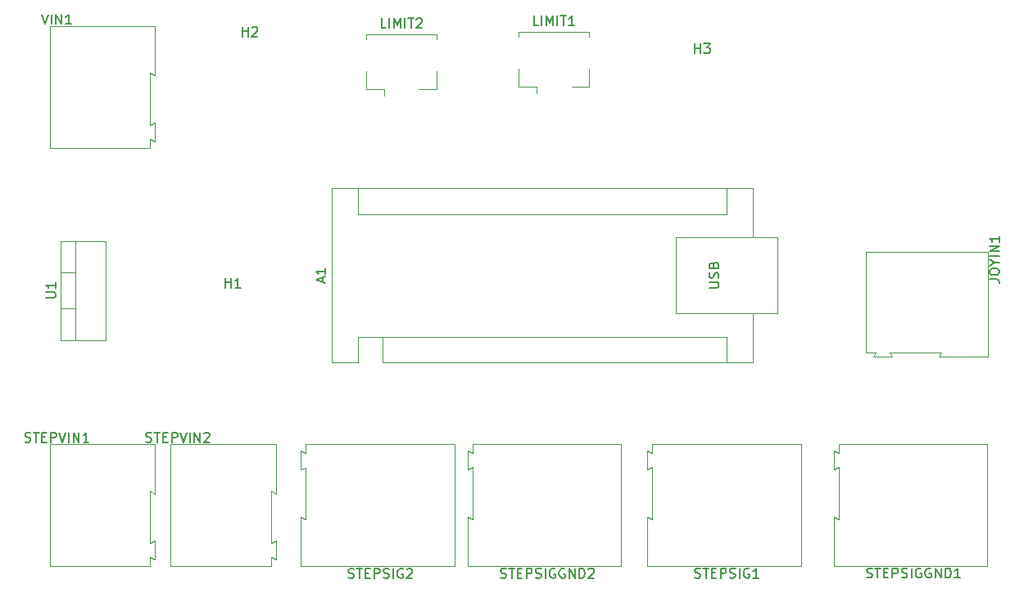
<source format=gbr>
%TF.GenerationSoftware,KiCad,Pcbnew,7.0.6-7.0.6~ubuntu22.04.1*%
%TF.CreationDate,2023-07-24T17:29:41-06:00*%
%TF.ProjectId,stepper_microscope_stage,73746570-7065-4725-9f6d-6963726f7363,rev?*%
%TF.SameCoordinates,Original*%
%TF.FileFunction,Legend,Top*%
%TF.FilePolarity,Positive*%
%FSLAX46Y46*%
G04 Gerber Fmt 4.6, Leading zero omitted, Abs format (unit mm)*
G04 Created by KiCad (PCBNEW 7.0.6-7.0.6~ubuntu22.04.1) date 2023-07-24 17:29:41*
%MOMM*%
%LPD*%
G01*
G04 APERTURE LIST*
%ADD10C,0.150000*%
%ADD11C,0.120000*%
G04 APERTURE END LIST*
D10*
X183488095Y-93504819D02*
X183488095Y-92504819D01*
X183488095Y-92981009D02*
X184059523Y-92981009D01*
X184059523Y-93504819D02*
X184059523Y-92504819D01*
X184440476Y-92504819D02*
X185059523Y-92504819D01*
X185059523Y-92504819D02*
X184726190Y-92885771D01*
X184726190Y-92885771D02*
X184869047Y-92885771D01*
X184869047Y-92885771D02*
X184964285Y-92933390D01*
X184964285Y-92933390D02*
X185011904Y-92981009D01*
X185011904Y-92981009D02*
X185059523Y-93076247D01*
X185059523Y-93076247D02*
X185059523Y-93314342D01*
X185059523Y-93314342D02*
X185011904Y-93409580D01*
X185011904Y-93409580D02*
X184964285Y-93457200D01*
X184964285Y-93457200D02*
X184869047Y-93504819D01*
X184869047Y-93504819D02*
X184583333Y-93504819D01*
X184583333Y-93504819D02*
X184488095Y-93457200D01*
X184488095Y-93457200D02*
X184440476Y-93409580D01*
X136738095Y-91754819D02*
X136738095Y-90754819D01*
X136738095Y-91231009D02*
X137309523Y-91231009D01*
X137309523Y-91754819D02*
X137309523Y-90754819D01*
X137738095Y-90850057D02*
X137785714Y-90802438D01*
X137785714Y-90802438D02*
X137880952Y-90754819D01*
X137880952Y-90754819D02*
X138119047Y-90754819D01*
X138119047Y-90754819D02*
X138214285Y-90802438D01*
X138214285Y-90802438D02*
X138261904Y-90850057D01*
X138261904Y-90850057D02*
X138309523Y-90945295D01*
X138309523Y-90945295D02*
X138309523Y-91040533D01*
X138309523Y-91040533D02*
X138261904Y-91183390D01*
X138261904Y-91183390D02*
X137690476Y-91754819D01*
X137690476Y-91754819D02*
X138309523Y-91754819D01*
X134988095Y-117754819D02*
X134988095Y-116754819D01*
X134988095Y-117231009D02*
X135559523Y-117231009D01*
X135559523Y-117754819D02*
X135559523Y-116754819D01*
X136559523Y-117754819D02*
X135988095Y-117754819D01*
X136273809Y-117754819D02*
X136273809Y-116754819D01*
X136273809Y-116754819D02*
X136178571Y-116897676D01*
X136178571Y-116897676D02*
X136083333Y-116992914D01*
X136083333Y-116992914D02*
X135988095Y-117040533D01*
X147690476Y-147777200D02*
X147833333Y-147824819D01*
X147833333Y-147824819D02*
X148071428Y-147824819D01*
X148071428Y-147824819D02*
X148166666Y-147777200D01*
X148166666Y-147777200D02*
X148214285Y-147729580D01*
X148214285Y-147729580D02*
X148261904Y-147634342D01*
X148261904Y-147634342D02*
X148261904Y-147539104D01*
X148261904Y-147539104D02*
X148214285Y-147443866D01*
X148214285Y-147443866D02*
X148166666Y-147396247D01*
X148166666Y-147396247D02*
X148071428Y-147348628D01*
X148071428Y-147348628D02*
X147880952Y-147301009D01*
X147880952Y-147301009D02*
X147785714Y-147253390D01*
X147785714Y-147253390D02*
X147738095Y-147205771D01*
X147738095Y-147205771D02*
X147690476Y-147110533D01*
X147690476Y-147110533D02*
X147690476Y-147015295D01*
X147690476Y-147015295D02*
X147738095Y-146920057D01*
X147738095Y-146920057D02*
X147785714Y-146872438D01*
X147785714Y-146872438D02*
X147880952Y-146824819D01*
X147880952Y-146824819D02*
X148119047Y-146824819D01*
X148119047Y-146824819D02*
X148261904Y-146872438D01*
X148547619Y-146824819D02*
X149119047Y-146824819D01*
X148833333Y-147824819D02*
X148833333Y-146824819D01*
X149452381Y-147301009D02*
X149785714Y-147301009D01*
X149928571Y-147824819D02*
X149452381Y-147824819D01*
X149452381Y-147824819D02*
X149452381Y-146824819D01*
X149452381Y-146824819D02*
X149928571Y-146824819D01*
X150357143Y-147824819D02*
X150357143Y-146824819D01*
X150357143Y-146824819D02*
X150738095Y-146824819D01*
X150738095Y-146824819D02*
X150833333Y-146872438D01*
X150833333Y-146872438D02*
X150880952Y-146920057D01*
X150880952Y-146920057D02*
X150928571Y-147015295D01*
X150928571Y-147015295D02*
X150928571Y-147158152D01*
X150928571Y-147158152D02*
X150880952Y-147253390D01*
X150880952Y-147253390D02*
X150833333Y-147301009D01*
X150833333Y-147301009D02*
X150738095Y-147348628D01*
X150738095Y-147348628D02*
X150357143Y-147348628D01*
X151309524Y-147777200D02*
X151452381Y-147824819D01*
X151452381Y-147824819D02*
X151690476Y-147824819D01*
X151690476Y-147824819D02*
X151785714Y-147777200D01*
X151785714Y-147777200D02*
X151833333Y-147729580D01*
X151833333Y-147729580D02*
X151880952Y-147634342D01*
X151880952Y-147634342D02*
X151880952Y-147539104D01*
X151880952Y-147539104D02*
X151833333Y-147443866D01*
X151833333Y-147443866D02*
X151785714Y-147396247D01*
X151785714Y-147396247D02*
X151690476Y-147348628D01*
X151690476Y-147348628D02*
X151500000Y-147301009D01*
X151500000Y-147301009D02*
X151404762Y-147253390D01*
X151404762Y-147253390D02*
X151357143Y-147205771D01*
X151357143Y-147205771D02*
X151309524Y-147110533D01*
X151309524Y-147110533D02*
X151309524Y-147015295D01*
X151309524Y-147015295D02*
X151357143Y-146920057D01*
X151357143Y-146920057D02*
X151404762Y-146872438D01*
X151404762Y-146872438D02*
X151500000Y-146824819D01*
X151500000Y-146824819D02*
X151738095Y-146824819D01*
X151738095Y-146824819D02*
X151880952Y-146872438D01*
X152309524Y-147824819D02*
X152309524Y-146824819D01*
X153309523Y-146872438D02*
X153214285Y-146824819D01*
X153214285Y-146824819D02*
X153071428Y-146824819D01*
X153071428Y-146824819D02*
X152928571Y-146872438D01*
X152928571Y-146872438D02*
X152833333Y-146967676D01*
X152833333Y-146967676D02*
X152785714Y-147062914D01*
X152785714Y-147062914D02*
X152738095Y-147253390D01*
X152738095Y-147253390D02*
X152738095Y-147396247D01*
X152738095Y-147396247D02*
X152785714Y-147586723D01*
X152785714Y-147586723D02*
X152833333Y-147681961D01*
X152833333Y-147681961D02*
X152928571Y-147777200D01*
X152928571Y-147777200D02*
X153071428Y-147824819D01*
X153071428Y-147824819D02*
X153166666Y-147824819D01*
X153166666Y-147824819D02*
X153309523Y-147777200D01*
X153309523Y-147777200D02*
X153357142Y-147729580D01*
X153357142Y-147729580D02*
X153357142Y-147396247D01*
X153357142Y-147396247D02*
X153166666Y-147396247D01*
X153738095Y-146920057D02*
X153785714Y-146872438D01*
X153785714Y-146872438D02*
X153880952Y-146824819D01*
X153880952Y-146824819D02*
X154119047Y-146824819D01*
X154119047Y-146824819D02*
X154214285Y-146872438D01*
X154214285Y-146872438D02*
X154261904Y-146920057D01*
X154261904Y-146920057D02*
X154309523Y-147015295D01*
X154309523Y-147015295D02*
X154309523Y-147110533D01*
X154309523Y-147110533D02*
X154261904Y-147253390D01*
X154261904Y-147253390D02*
X153690476Y-147824819D01*
X153690476Y-147824819D02*
X154309523Y-147824819D01*
X201256667Y-147747200D02*
X201399524Y-147794819D01*
X201399524Y-147794819D02*
X201637619Y-147794819D01*
X201637619Y-147794819D02*
X201732857Y-147747200D01*
X201732857Y-147747200D02*
X201780476Y-147699580D01*
X201780476Y-147699580D02*
X201828095Y-147604342D01*
X201828095Y-147604342D02*
X201828095Y-147509104D01*
X201828095Y-147509104D02*
X201780476Y-147413866D01*
X201780476Y-147413866D02*
X201732857Y-147366247D01*
X201732857Y-147366247D02*
X201637619Y-147318628D01*
X201637619Y-147318628D02*
X201447143Y-147271009D01*
X201447143Y-147271009D02*
X201351905Y-147223390D01*
X201351905Y-147223390D02*
X201304286Y-147175771D01*
X201304286Y-147175771D02*
X201256667Y-147080533D01*
X201256667Y-147080533D02*
X201256667Y-146985295D01*
X201256667Y-146985295D02*
X201304286Y-146890057D01*
X201304286Y-146890057D02*
X201351905Y-146842438D01*
X201351905Y-146842438D02*
X201447143Y-146794819D01*
X201447143Y-146794819D02*
X201685238Y-146794819D01*
X201685238Y-146794819D02*
X201828095Y-146842438D01*
X202113810Y-146794819D02*
X202685238Y-146794819D01*
X202399524Y-147794819D02*
X202399524Y-146794819D01*
X203018572Y-147271009D02*
X203351905Y-147271009D01*
X203494762Y-147794819D02*
X203018572Y-147794819D01*
X203018572Y-147794819D02*
X203018572Y-146794819D01*
X203018572Y-146794819D02*
X203494762Y-146794819D01*
X203923334Y-147794819D02*
X203923334Y-146794819D01*
X203923334Y-146794819D02*
X204304286Y-146794819D01*
X204304286Y-146794819D02*
X204399524Y-146842438D01*
X204399524Y-146842438D02*
X204447143Y-146890057D01*
X204447143Y-146890057D02*
X204494762Y-146985295D01*
X204494762Y-146985295D02*
X204494762Y-147128152D01*
X204494762Y-147128152D02*
X204447143Y-147223390D01*
X204447143Y-147223390D02*
X204399524Y-147271009D01*
X204399524Y-147271009D02*
X204304286Y-147318628D01*
X204304286Y-147318628D02*
X203923334Y-147318628D01*
X204875715Y-147747200D02*
X205018572Y-147794819D01*
X205018572Y-147794819D02*
X205256667Y-147794819D01*
X205256667Y-147794819D02*
X205351905Y-147747200D01*
X205351905Y-147747200D02*
X205399524Y-147699580D01*
X205399524Y-147699580D02*
X205447143Y-147604342D01*
X205447143Y-147604342D02*
X205447143Y-147509104D01*
X205447143Y-147509104D02*
X205399524Y-147413866D01*
X205399524Y-147413866D02*
X205351905Y-147366247D01*
X205351905Y-147366247D02*
X205256667Y-147318628D01*
X205256667Y-147318628D02*
X205066191Y-147271009D01*
X205066191Y-147271009D02*
X204970953Y-147223390D01*
X204970953Y-147223390D02*
X204923334Y-147175771D01*
X204923334Y-147175771D02*
X204875715Y-147080533D01*
X204875715Y-147080533D02*
X204875715Y-146985295D01*
X204875715Y-146985295D02*
X204923334Y-146890057D01*
X204923334Y-146890057D02*
X204970953Y-146842438D01*
X204970953Y-146842438D02*
X205066191Y-146794819D01*
X205066191Y-146794819D02*
X205304286Y-146794819D01*
X205304286Y-146794819D02*
X205447143Y-146842438D01*
X205875715Y-147794819D02*
X205875715Y-146794819D01*
X206875714Y-146842438D02*
X206780476Y-146794819D01*
X206780476Y-146794819D02*
X206637619Y-146794819D01*
X206637619Y-146794819D02*
X206494762Y-146842438D01*
X206494762Y-146842438D02*
X206399524Y-146937676D01*
X206399524Y-146937676D02*
X206351905Y-147032914D01*
X206351905Y-147032914D02*
X206304286Y-147223390D01*
X206304286Y-147223390D02*
X206304286Y-147366247D01*
X206304286Y-147366247D02*
X206351905Y-147556723D01*
X206351905Y-147556723D02*
X206399524Y-147651961D01*
X206399524Y-147651961D02*
X206494762Y-147747200D01*
X206494762Y-147747200D02*
X206637619Y-147794819D01*
X206637619Y-147794819D02*
X206732857Y-147794819D01*
X206732857Y-147794819D02*
X206875714Y-147747200D01*
X206875714Y-147747200D02*
X206923333Y-147699580D01*
X206923333Y-147699580D02*
X206923333Y-147366247D01*
X206923333Y-147366247D02*
X206732857Y-147366247D01*
X207875714Y-146842438D02*
X207780476Y-146794819D01*
X207780476Y-146794819D02*
X207637619Y-146794819D01*
X207637619Y-146794819D02*
X207494762Y-146842438D01*
X207494762Y-146842438D02*
X207399524Y-146937676D01*
X207399524Y-146937676D02*
X207351905Y-147032914D01*
X207351905Y-147032914D02*
X207304286Y-147223390D01*
X207304286Y-147223390D02*
X207304286Y-147366247D01*
X207304286Y-147366247D02*
X207351905Y-147556723D01*
X207351905Y-147556723D02*
X207399524Y-147651961D01*
X207399524Y-147651961D02*
X207494762Y-147747200D01*
X207494762Y-147747200D02*
X207637619Y-147794819D01*
X207637619Y-147794819D02*
X207732857Y-147794819D01*
X207732857Y-147794819D02*
X207875714Y-147747200D01*
X207875714Y-147747200D02*
X207923333Y-147699580D01*
X207923333Y-147699580D02*
X207923333Y-147366247D01*
X207923333Y-147366247D02*
X207732857Y-147366247D01*
X208351905Y-147794819D02*
X208351905Y-146794819D01*
X208351905Y-146794819D02*
X208923333Y-147794819D01*
X208923333Y-147794819D02*
X208923333Y-146794819D01*
X209399524Y-147794819D02*
X209399524Y-146794819D01*
X209399524Y-146794819D02*
X209637619Y-146794819D01*
X209637619Y-146794819D02*
X209780476Y-146842438D01*
X209780476Y-146842438D02*
X209875714Y-146937676D01*
X209875714Y-146937676D02*
X209923333Y-147032914D01*
X209923333Y-147032914D02*
X209970952Y-147223390D01*
X209970952Y-147223390D02*
X209970952Y-147366247D01*
X209970952Y-147366247D02*
X209923333Y-147556723D01*
X209923333Y-147556723D02*
X209875714Y-147651961D01*
X209875714Y-147651961D02*
X209780476Y-147747200D01*
X209780476Y-147747200D02*
X209637619Y-147794819D01*
X209637619Y-147794819D02*
X209399524Y-147794819D01*
X210923333Y-147794819D02*
X210351905Y-147794819D01*
X210637619Y-147794819D02*
X210637619Y-146794819D01*
X210637619Y-146794819D02*
X210542381Y-146937676D01*
X210542381Y-146937676D02*
X210447143Y-147032914D01*
X210447143Y-147032914D02*
X210351905Y-147080533D01*
X115993572Y-89464819D02*
X116326905Y-90464819D01*
X116326905Y-90464819D02*
X116660238Y-89464819D01*
X116993572Y-90464819D02*
X116993572Y-89464819D01*
X117469762Y-90464819D02*
X117469762Y-89464819D01*
X117469762Y-89464819D02*
X118041190Y-90464819D01*
X118041190Y-90464819D02*
X118041190Y-89464819D01*
X119041190Y-90464819D02*
X118469762Y-90464819D01*
X118755476Y-90464819D02*
X118755476Y-89464819D01*
X118755476Y-89464819D02*
X118660238Y-89607676D01*
X118660238Y-89607676D02*
X118565000Y-89702914D01*
X118565000Y-89702914D02*
X118469762Y-89750533D01*
X116434819Y-118801904D02*
X117244342Y-118801904D01*
X117244342Y-118801904D02*
X117339580Y-118754285D01*
X117339580Y-118754285D02*
X117387200Y-118706666D01*
X117387200Y-118706666D02*
X117434819Y-118611428D01*
X117434819Y-118611428D02*
X117434819Y-118420952D01*
X117434819Y-118420952D02*
X117387200Y-118325714D01*
X117387200Y-118325714D02*
X117339580Y-118278095D01*
X117339580Y-118278095D02*
X117244342Y-118230476D01*
X117244342Y-118230476D02*
X116434819Y-118230476D01*
X117434819Y-117230476D02*
X117434819Y-117801904D01*
X117434819Y-117516190D02*
X116434819Y-117516190D01*
X116434819Y-117516190D02*
X116577676Y-117611428D01*
X116577676Y-117611428D02*
X116672914Y-117706666D01*
X116672914Y-117706666D02*
X116720533Y-117801904D01*
X126779286Y-133697200D02*
X126922143Y-133744819D01*
X126922143Y-133744819D02*
X127160238Y-133744819D01*
X127160238Y-133744819D02*
X127255476Y-133697200D01*
X127255476Y-133697200D02*
X127303095Y-133649580D01*
X127303095Y-133649580D02*
X127350714Y-133554342D01*
X127350714Y-133554342D02*
X127350714Y-133459104D01*
X127350714Y-133459104D02*
X127303095Y-133363866D01*
X127303095Y-133363866D02*
X127255476Y-133316247D01*
X127255476Y-133316247D02*
X127160238Y-133268628D01*
X127160238Y-133268628D02*
X126969762Y-133221009D01*
X126969762Y-133221009D02*
X126874524Y-133173390D01*
X126874524Y-133173390D02*
X126826905Y-133125771D01*
X126826905Y-133125771D02*
X126779286Y-133030533D01*
X126779286Y-133030533D02*
X126779286Y-132935295D01*
X126779286Y-132935295D02*
X126826905Y-132840057D01*
X126826905Y-132840057D02*
X126874524Y-132792438D01*
X126874524Y-132792438D02*
X126969762Y-132744819D01*
X126969762Y-132744819D02*
X127207857Y-132744819D01*
X127207857Y-132744819D02*
X127350714Y-132792438D01*
X127636429Y-132744819D02*
X128207857Y-132744819D01*
X127922143Y-133744819D02*
X127922143Y-132744819D01*
X128541191Y-133221009D02*
X128874524Y-133221009D01*
X129017381Y-133744819D02*
X128541191Y-133744819D01*
X128541191Y-133744819D02*
X128541191Y-132744819D01*
X128541191Y-132744819D02*
X129017381Y-132744819D01*
X129445953Y-133744819D02*
X129445953Y-132744819D01*
X129445953Y-132744819D02*
X129826905Y-132744819D01*
X129826905Y-132744819D02*
X129922143Y-132792438D01*
X129922143Y-132792438D02*
X129969762Y-132840057D01*
X129969762Y-132840057D02*
X130017381Y-132935295D01*
X130017381Y-132935295D02*
X130017381Y-133078152D01*
X130017381Y-133078152D02*
X129969762Y-133173390D01*
X129969762Y-133173390D02*
X129922143Y-133221009D01*
X129922143Y-133221009D02*
X129826905Y-133268628D01*
X129826905Y-133268628D02*
X129445953Y-133268628D01*
X130303096Y-132744819D02*
X130636429Y-133744819D01*
X130636429Y-133744819D02*
X130969762Y-132744819D01*
X131303096Y-133744819D02*
X131303096Y-132744819D01*
X131779286Y-133744819D02*
X131779286Y-132744819D01*
X131779286Y-132744819D02*
X132350714Y-133744819D01*
X132350714Y-133744819D02*
X132350714Y-132744819D01*
X132779286Y-132840057D02*
X132826905Y-132792438D01*
X132826905Y-132792438D02*
X132922143Y-132744819D01*
X132922143Y-132744819D02*
X133160238Y-132744819D01*
X133160238Y-132744819D02*
X133255476Y-132792438D01*
X133255476Y-132792438D02*
X133303095Y-132840057D01*
X133303095Y-132840057D02*
X133350714Y-132935295D01*
X133350714Y-132935295D02*
X133350714Y-133030533D01*
X133350714Y-133030533D02*
X133303095Y-133173390D01*
X133303095Y-133173390D02*
X132731667Y-133744819D01*
X132731667Y-133744819D02*
X133350714Y-133744819D01*
X114279286Y-133697200D02*
X114422143Y-133744819D01*
X114422143Y-133744819D02*
X114660238Y-133744819D01*
X114660238Y-133744819D02*
X114755476Y-133697200D01*
X114755476Y-133697200D02*
X114803095Y-133649580D01*
X114803095Y-133649580D02*
X114850714Y-133554342D01*
X114850714Y-133554342D02*
X114850714Y-133459104D01*
X114850714Y-133459104D02*
X114803095Y-133363866D01*
X114803095Y-133363866D02*
X114755476Y-133316247D01*
X114755476Y-133316247D02*
X114660238Y-133268628D01*
X114660238Y-133268628D02*
X114469762Y-133221009D01*
X114469762Y-133221009D02*
X114374524Y-133173390D01*
X114374524Y-133173390D02*
X114326905Y-133125771D01*
X114326905Y-133125771D02*
X114279286Y-133030533D01*
X114279286Y-133030533D02*
X114279286Y-132935295D01*
X114279286Y-132935295D02*
X114326905Y-132840057D01*
X114326905Y-132840057D02*
X114374524Y-132792438D01*
X114374524Y-132792438D02*
X114469762Y-132744819D01*
X114469762Y-132744819D02*
X114707857Y-132744819D01*
X114707857Y-132744819D02*
X114850714Y-132792438D01*
X115136429Y-132744819D02*
X115707857Y-132744819D01*
X115422143Y-133744819D02*
X115422143Y-132744819D01*
X116041191Y-133221009D02*
X116374524Y-133221009D01*
X116517381Y-133744819D02*
X116041191Y-133744819D01*
X116041191Y-133744819D02*
X116041191Y-132744819D01*
X116041191Y-132744819D02*
X116517381Y-132744819D01*
X116945953Y-133744819D02*
X116945953Y-132744819D01*
X116945953Y-132744819D02*
X117326905Y-132744819D01*
X117326905Y-132744819D02*
X117422143Y-132792438D01*
X117422143Y-132792438D02*
X117469762Y-132840057D01*
X117469762Y-132840057D02*
X117517381Y-132935295D01*
X117517381Y-132935295D02*
X117517381Y-133078152D01*
X117517381Y-133078152D02*
X117469762Y-133173390D01*
X117469762Y-133173390D02*
X117422143Y-133221009D01*
X117422143Y-133221009D02*
X117326905Y-133268628D01*
X117326905Y-133268628D02*
X116945953Y-133268628D01*
X117803096Y-132744819D02*
X118136429Y-133744819D01*
X118136429Y-133744819D02*
X118469762Y-132744819D01*
X118803096Y-133744819D02*
X118803096Y-132744819D01*
X119279286Y-133744819D02*
X119279286Y-132744819D01*
X119279286Y-132744819D02*
X119850714Y-133744819D01*
X119850714Y-133744819D02*
X119850714Y-132744819D01*
X120850714Y-133744819D02*
X120279286Y-133744819D01*
X120565000Y-133744819D02*
X120565000Y-132744819D01*
X120565000Y-132744819D02*
X120469762Y-132887676D01*
X120469762Y-132887676D02*
X120374524Y-132982914D01*
X120374524Y-132982914D02*
X120279286Y-133030533D01*
X163416667Y-147767200D02*
X163559524Y-147814819D01*
X163559524Y-147814819D02*
X163797619Y-147814819D01*
X163797619Y-147814819D02*
X163892857Y-147767200D01*
X163892857Y-147767200D02*
X163940476Y-147719580D01*
X163940476Y-147719580D02*
X163988095Y-147624342D01*
X163988095Y-147624342D02*
X163988095Y-147529104D01*
X163988095Y-147529104D02*
X163940476Y-147433866D01*
X163940476Y-147433866D02*
X163892857Y-147386247D01*
X163892857Y-147386247D02*
X163797619Y-147338628D01*
X163797619Y-147338628D02*
X163607143Y-147291009D01*
X163607143Y-147291009D02*
X163511905Y-147243390D01*
X163511905Y-147243390D02*
X163464286Y-147195771D01*
X163464286Y-147195771D02*
X163416667Y-147100533D01*
X163416667Y-147100533D02*
X163416667Y-147005295D01*
X163416667Y-147005295D02*
X163464286Y-146910057D01*
X163464286Y-146910057D02*
X163511905Y-146862438D01*
X163511905Y-146862438D02*
X163607143Y-146814819D01*
X163607143Y-146814819D02*
X163845238Y-146814819D01*
X163845238Y-146814819D02*
X163988095Y-146862438D01*
X164273810Y-146814819D02*
X164845238Y-146814819D01*
X164559524Y-147814819D02*
X164559524Y-146814819D01*
X165178572Y-147291009D02*
X165511905Y-147291009D01*
X165654762Y-147814819D02*
X165178572Y-147814819D01*
X165178572Y-147814819D02*
X165178572Y-146814819D01*
X165178572Y-146814819D02*
X165654762Y-146814819D01*
X166083334Y-147814819D02*
X166083334Y-146814819D01*
X166083334Y-146814819D02*
X166464286Y-146814819D01*
X166464286Y-146814819D02*
X166559524Y-146862438D01*
X166559524Y-146862438D02*
X166607143Y-146910057D01*
X166607143Y-146910057D02*
X166654762Y-147005295D01*
X166654762Y-147005295D02*
X166654762Y-147148152D01*
X166654762Y-147148152D02*
X166607143Y-147243390D01*
X166607143Y-147243390D02*
X166559524Y-147291009D01*
X166559524Y-147291009D02*
X166464286Y-147338628D01*
X166464286Y-147338628D02*
X166083334Y-147338628D01*
X167035715Y-147767200D02*
X167178572Y-147814819D01*
X167178572Y-147814819D02*
X167416667Y-147814819D01*
X167416667Y-147814819D02*
X167511905Y-147767200D01*
X167511905Y-147767200D02*
X167559524Y-147719580D01*
X167559524Y-147719580D02*
X167607143Y-147624342D01*
X167607143Y-147624342D02*
X167607143Y-147529104D01*
X167607143Y-147529104D02*
X167559524Y-147433866D01*
X167559524Y-147433866D02*
X167511905Y-147386247D01*
X167511905Y-147386247D02*
X167416667Y-147338628D01*
X167416667Y-147338628D02*
X167226191Y-147291009D01*
X167226191Y-147291009D02*
X167130953Y-147243390D01*
X167130953Y-147243390D02*
X167083334Y-147195771D01*
X167083334Y-147195771D02*
X167035715Y-147100533D01*
X167035715Y-147100533D02*
X167035715Y-147005295D01*
X167035715Y-147005295D02*
X167083334Y-146910057D01*
X167083334Y-146910057D02*
X167130953Y-146862438D01*
X167130953Y-146862438D02*
X167226191Y-146814819D01*
X167226191Y-146814819D02*
X167464286Y-146814819D01*
X167464286Y-146814819D02*
X167607143Y-146862438D01*
X168035715Y-147814819D02*
X168035715Y-146814819D01*
X169035714Y-146862438D02*
X168940476Y-146814819D01*
X168940476Y-146814819D02*
X168797619Y-146814819D01*
X168797619Y-146814819D02*
X168654762Y-146862438D01*
X168654762Y-146862438D02*
X168559524Y-146957676D01*
X168559524Y-146957676D02*
X168511905Y-147052914D01*
X168511905Y-147052914D02*
X168464286Y-147243390D01*
X168464286Y-147243390D02*
X168464286Y-147386247D01*
X168464286Y-147386247D02*
X168511905Y-147576723D01*
X168511905Y-147576723D02*
X168559524Y-147671961D01*
X168559524Y-147671961D02*
X168654762Y-147767200D01*
X168654762Y-147767200D02*
X168797619Y-147814819D01*
X168797619Y-147814819D02*
X168892857Y-147814819D01*
X168892857Y-147814819D02*
X169035714Y-147767200D01*
X169035714Y-147767200D02*
X169083333Y-147719580D01*
X169083333Y-147719580D02*
X169083333Y-147386247D01*
X169083333Y-147386247D02*
X168892857Y-147386247D01*
X170035714Y-146862438D02*
X169940476Y-146814819D01*
X169940476Y-146814819D02*
X169797619Y-146814819D01*
X169797619Y-146814819D02*
X169654762Y-146862438D01*
X169654762Y-146862438D02*
X169559524Y-146957676D01*
X169559524Y-146957676D02*
X169511905Y-147052914D01*
X169511905Y-147052914D02*
X169464286Y-147243390D01*
X169464286Y-147243390D02*
X169464286Y-147386247D01*
X169464286Y-147386247D02*
X169511905Y-147576723D01*
X169511905Y-147576723D02*
X169559524Y-147671961D01*
X169559524Y-147671961D02*
X169654762Y-147767200D01*
X169654762Y-147767200D02*
X169797619Y-147814819D01*
X169797619Y-147814819D02*
X169892857Y-147814819D01*
X169892857Y-147814819D02*
X170035714Y-147767200D01*
X170035714Y-147767200D02*
X170083333Y-147719580D01*
X170083333Y-147719580D02*
X170083333Y-147386247D01*
X170083333Y-147386247D02*
X169892857Y-147386247D01*
X170511905Y-147814819D02*
X170511905Y-146814819D01*
X170511905Y-146814819D02*
X171083333Y-147814819D01*
X171083333Y-147814819D02*
X171083333Y-146814819D01*
X171559524Y-147814819D02*
X171559524Y-146814819D01*
X171559524Y-146814819D02*
X171797619Y-146814819D01*
X171797619Y-146814819D02*
X171940476Y-146862438D01*
X171940476Y-146862438D02*
X172035714Y-146957676D01*
X172035714Y-146957676D02*
X172083333Y-147052914D01*
X172083333Y-147052914D02*
X172130952Y-147243390D01*
X172130952Y-147243390D02*
X172130952Y-147386247D01*
X172130952Y-147386247D02*
X172083333Y-147576723D01*
X172083333Y-147576723D02*
X172035714Y-147671961D01*
X172035714Y-147671961D02*
X171940476Y-147767200D01*
X171940476Y-147767200D02*
X171797619Y-147814819D01*
X171797619Y-147814819D02*
X171559524Y-147814819D01*
X172511905Y-146910057D02*
X172559524Y-146862438D01*
X172559524Y-146862438D02*
X172654762Y-146814819D01*
X172654762Y-146814819D02*
X172892857Y-146814819D01*
X172892857Y-146814819D02*
X172988095Y-146862438D01*
X172988095Y-146862438D02*
X173035714Y-146910057D01*
X173035714Y-146910057D02*
X173083333Y-147005295D01*
X173083333Y-147005295D02*
X173083333Y-147100533D01*
X173083333Y-147100533D02*
X173035714Y-147243390D01*
X173035714Y-147243390D02*
X172464286Y-147814819D01*
X172464286Y-147814819D02*
X173083333Y-147814819D01*
X183485476Y-147757200D02*
X183628333Y-147804819D01*
X183628333Y-147804819D02*
X183866428Y-147804819D01*
X183866428Y-147804819D02*
X183961666Y-147757200D01*
X183961666Y-147757200D02*
X184009285Y-147709580D01*
X184009285Y-147709580D02*
X184056904Y-147614342D01*
X184056904Y-147614342D02*
X184056904Y-147519104D01*
X184056904Y-147519104D02*
X184009285Y-147423866D01*
X184009285Y-147423866D02*
X183961666Y-147376247D01*
X183961666Y-147376247D02*
X183866428Y-147328628D01*
X183866428Y-147328628D02*
X183675952Y-147281009D01*
X183675952Y-147281009D02*
X183580714Y-147233390D01*
X183580714Y-147233390D02*
X183533095Y-147185771D01*
X183533095Y-147185771D02*
X183485476Y-147090533D01*
X183485476Y-147090533D02*
X183485476Y-146995295D01*
X183485476Y-146995295D02*
X183533095Y-146900057D01*
X183533095Y-146900057D02*
X183580714Y-146852438D01*
X183580714Y-146852438D02*
X183675952Y-146804819D01*
X183675952Y-146804819D02*
X183914047Y-146804819D01*
X183914047Y-146804819D02*
X184056904Y-146852438D01*
X184342619Y-146804819D02*
X184914047Y-146804819D01*
X184628333Y-147804819D02*
X184628333Y-146804819D01*
X185247381Y-147281009D02*
X185580714Y-147281009D01*
X185723571Y-147804819D02*
X185247381Y-147804819D01*
X185247381Y-147804819D02*
X185247381Y-146804819D01*
X185247381Y-146804819D02*
X185723571Y-146804819D01*
X186152143Y-147804819D02*
X186152143Y-146804819D01*
X186152143Y-146804819D02*
X186533095Y-146804819D01*
X186533095Y-146804819D02*
X186628333Y-146852438D01*
X186628333Y-146852438D02*
X186675952Y-146900057D01*
X186675952Y-146900057D02*
X186723571Y-146995295D01*
X186723571Y-146995295D02*
X186723571Y-147138152D01*
X186723571Y-147138152D02*
X186675952Y-147233390D01*
X186675952Y-147233390D02*
X186628333Y-147281009D01*
X186628333Y-147281009D02*
X186533095Y-147328628D01*
X186533095Y-147328628D02*
X186152143Y-147328628D01*
X187104524Y-147757200D02*
X187247381Y-147804819D01*
X187247381Y-147804819D02*
X187485476Y-147804819D01*
X187485476Y-147804819D02*
X187580714Y-147757200D01*
X187580714Y-147757200D02*
X187628333Y-147709580D01*
X187628333Y-147709580D02*
X187675952Y-147614342D01*
X187675952Y-147614342D02*
X187675952Y-147519104D01*
X187675952Y-147519104D02*
X187628333Y-147423866D01*
X187628333Y-147423866D02*
X187580714Y-147376247D01*
X187580714Y-147376247D02*
X187485476Y-147328628D01*
X187485476Y-147328628D02*
X187295000Y-147281009D01*
X187295000Y-147281009D02*
X187199762Y-147233390D01*
X187199762Y-147233390D02*
X187152143Y-147185771D01*
X187152143Y-147185771D02*
X187104524Y-147090533D01*
X187104524Y-147090533D02*
X187104524Y-146995295D01*
X187104524Y-146995295D02*
X187152143Y-146900057D01*
X187152143Y-146900057D02*
X187199762Y-146852438D01*
X187199762Y-146852438D02*
X187295000Y-146804819D01*
X187295000Y-146804819D02*
X187533095Y-146804819D01*
X187533095Y-146804819D02*
X187675952Y-146852438D01*
X188104524Y-147804819D02*
X188104524Y-146804819D01*
X189104523Y-146852438D02*
X189009285Y-146804819D01*
X189009285Y-146804819D02*
X188866428Y-146804819D01*
X188866428Y-146804819D02*
X188723571Y-146852438D01*
X188723571Y-146852438D02*
X188628333Y-146947676D01*
X188628333Y-146947676D02*
X188580714Y-147042914D01*
X188580714Y-147042914D02*
X188533095Y-147233390D01*
X188533095Y-147233390D02*
X188533095Y-147376247D01*
X188533095Y-147376247D02*
X188580714Y-147566723D01*
X188580714Y-147566723D02*
X188628333Y-147661961D01*
X188628333Y-147661961D02*
X188723571Y-147757200D01*
X188723571Y-147757200D02*
X188866428Y-147804819D01*
X188866428Y-147804819D02*
X188961666Y-147804819D01*
X188961666Y-147804819D02*
X189104523Y-147757200D01*
X189104523Y-147757200D02*
X189152142Y-147709580D01*
X189152142Y-147709580D02*
X189152142Y-147376247D01*
X189152142Y-147376247D02*
X188961666Y-147376247D01*
X190104523Y-147804819D02*
X189533095Y-147804819D01*
X189818809Y-147804819D02*
X189818809Y-146804819D01*
X189818809Y-146804819D02*
X189723571Y-146947676D01*
X189723571Y-146947676D02*
X189628333Y-147042914D01*
X189628333Y-147042914D02*
X189533095Y-147090533D01*
X151584762Y-90874819D02*
X151108572Y-90874819D01*
X151108572Y-90874819D02*
X151108572Y-89874819D01*
X151918096Y-90874819D02*
X151918096Y-89874819D01*
X152394286Y-90874819D02*
X152394286Y-89874819D01*
X152394286Y-89874819D02*
X152727619Y-90589104D01*
X152727619Y-90589104D02*
X153060952Y-89874819D01*
X153060952Y-89874819D02*
X153060952Y-90874819D01*
X153537143Y-90874819D02*
X153537143Y-89874819D01*
X153870476Y-89874819D02*
X154441904Y-89874819D01*
X154156190Y-90874819D02*
X154156190Y-89874819D01*
X154727619Y-89970057D02*
X154775238Y-89922438D01*
X154775238Y-89922438D02*
X154870476Y-89874819D01*
X154870476Y-89874819D02*
X155108571Y-89874819D01*
X155108571Y-89874819D02*
X155203809Y-89922438D01*
X155203809Y-89922438D02*
X155251428Y-89970057D01*
X155251428Y-89970057D02*
X155299047Y-90065295D01*
X155299047Y-90065295D02*
X155299047Y-90160533D01*
X155299047Y-90160533D02*
X155251428Y-90303390D01*
X155251428Y-90303390D02*
X154680000Y-90874819D01*
X154680000Y-90874819D02*
X155299047Y-90874819D01*
X167334762Y-90624819D02*
X166858572Y-90624819D01*
X166858572Y-90624819D02*
X166858572Y-89624819D01*
X167668096Y-90624819D02*
X167668096Y-89624819D01*
X168144286Y-90624819D02*
X168144286Y-89624819D01*
X168144286Y-89624819D02*
X168477619Y-90339104D01*
X168477619Y-90339104D02*
X168810952Y-89624819D01*
X168810952Y-89624819D02*
X168810952Y-90624819D01*
X169287143Y-90624819D02*
X169287143Y-89624819D01*
X169620476Y-89624819D02*
X170191904Y-89624819D01*
X169906190Y-90624819D02*
X169906190Y-89624819D01*
X171049047Y-90624819D02*
X170477619Y-90624819D01*
X170763333Y-90624819D02*
X170763333Y-89624819D01*
X170763333Y-89624819D02*
X170668095Y-89767676D01*
X170668095Y-89767676D02*
X170572857Y-89862914D01*
X170572857Y-89862914D02*
X170477619Y-89910533D01*
X213944819Y-116862618D02*
X214659104Y-116862618D01*
X214659104Y-116862618D02*
X214801961Y-116910237D01*
X214801961Y-116910237D02*
X214897200Y-117005475D01*
X214897200Y-117005475D02*
X214944819Y-117148332D01*
X214944819Y-117148332D02*
X214944819Y-117243570D01*
X213944819Y-116195951D02*
X213944819Y-116005475D01*
X213944819Y-116005475D02*
X213992438Y-115910237D01*
X213992438Y-115910237D02*
X214087676Y-115814999D01*
X214087676Y-115814999D02*
X214278152Y-115767380D01*
X214278152Y-115767380D02*
X214611485Y-115767380D01*
X214611485Y-115767380D02*
X214801961Y-115814999D01*
X214801961Y-115814999D02*
X214897200Y-115910237D01*
X214897200Y-115910237D02*
X214944819Y-116005475D01*
X214944819Y-116005475D02*
X214944819Y-116195951D01*
X214944819Y-116195951D02*
X214897200Y-116291189D01*
X214897200Y-116291189D02*
X214801961Y-116386427D01*
X214801961Y-116386427D02*
X214611485Y-116434046D01*
X214611485Y-116434046D02*
X214278152Y-116434046D01*
X214278152Y-116434046D02*
X214087676Y-116386427D01*
X214087676Y-116386427D02*
X213992438Y-116291189D01*
X213992438Y-116291189D02*
X213944819Y-116195951D01*
X214468628Y-115148332D02*
X214944819Y-115148332D01*
X213944819Y-115481665D02*
X214468628Y-115148332D01*
X214468628Y-115148332D02*
X213944819Y-114814999D01*
X214944819Y-114481665D02*
X213944819Y-114481665D01*
X214944819Y-114005475D02*
X213944819Y-114005475D01*
X213944819Y-114005475D02*
X214944819Y-113434047D01*
X214944819Y-113434047D02*
X213944819Y-113434047D01*
X214944819Y-112434047D02*
X214944819Y-113005475D01*
X214944819Y-112719761D02*
X213944819Y-112719761D01*
X213944819Y-112719761D02*
X214087676Y-112814999D01*
X214087676Y-112814999D02*
X214182914Y-112910237D01*
X214182914Y-112910237D02*
X214230533Y-113005475D01*
X145039104Y-117204285D02*
X145039104Y-116728095D01*
X145324819Y-117299523D02*
X144324819Y-116966190D01*
X144324819Y-116966190D02*
X145324819Y-116632857D01*
X145324819Y-115775714D02*
X145324819Y-116347142D01*
X145324819Y-116061428D02*
X144324819Y-116061428D01*
X144324819Y-116061428D02*
X144467676Y-116156666D01*
X144467676Y-116156666D02*
X144562914Y-116251904D01*
X144562914Y-116251904D02*
X144610533Y-116347142D01*
X184964819Y-117751904D02*
X185774342Y-117751904D01*
X185774342Y-117751904D02*
X185869580Y-117704285D01*
X185869580Y-117704285D02*
X185917200Y-117656666D01*
X185917200Y-117656666D02*
X185964819Y-117561428D01*
X185964819Y-117561428D02*
X185964819Y-117370952D01*
X185964819Y-117370952D02*
X185917200Y-117275714D01*
X185917200Y-117275714D02*
X185869580Y-117228095D01*
X185869580Y-117228095D02*
X185774342Y-117180476D01*
X185774342Y-117180476D02*
X184964819Y-117180476D01*
X185917200Y-116751904D02*
X185964819Y-116609047D01*
X185964819Y-116609047D02*
X185964819Y-116370952D01*
X185964819Y-116370952D02*
X185917200Y-116275714D01*
X185917200Y-116275714D02*
X185869580Y-116228095D01*
X185869580Y-116228095D02*
X185774342Y-116180476D01*
X185774342Y-116180476D02*
X185679104Y-116180476D01*
X185679104Y-116180476D02*
X185583866Y-116228095D01*
X185583866Y-116228095D02*
X185536247Y-116275714D01*
X185536247Y-116275714D02*
X185488628Y-116370952D01*
X185488628Y-116370952D02*
X185441009Y-116561428D01*
X185441009Y-116561428D02*
X185393390Y-116656666D01*
X185393390Y-116656666D02*
X185345771Y-116704285D01*
X185345771Y-116704285D02*
X185250533Y-116751904D01*
X185250533Y-116751904D02*
X185155295Y-116751904D01*
X185155295Y-116751904D02*
X185060057Y-116704285D01*
X185060057Y-116704285D02*
X185012438Y-116656666D01*
X185012438Y-116656666D02*
X184964819Y-116561428D01*
X184964819Y-116561428D02*
X184964819Y-116323333D01*
X184964819Y-116323333D02*
X185012438Y-116180476D01*
X185441009Y-115418571D02*
X185488628Y-115275714D01*
X185488628Y-115275714D02*
X185536247Y-115228095D01*
X185536247Y-115228095D02*
X185631485Y-115180476D01*
X185631485Y-115180476D02*
X185774342Y-115180476D01*
X185774342Y-115180476D02*
X185869580Y-115228095D01*
X185869580Y-115228095D02*
X185917200Y-115275714D01*
X185917200Y-115275714D02*
X185964819Y-115370952D01*
X185964819Y-115370952D02*
X185964819Y-115751904D01*
X185964819Y-115751904D02*
X184964819Y-115751904D01*
X184964819Y-115751904D02*
X184964819Y-115418571D01*
X184964819Y-115418571D02*
X185012438Y-115323333D01*
X185012438Y-115323333D02*
X185060057Y-115275714D01*
X185060057Y-115275714D02*
X185155295Y-115228095D01*
X185155295Y-115228095D02*
X185250533Y-115228095D01*
X185250533Y-115228095D02*
X185345771Y-115275714D01*
X185345771Y-115275714D02*
X185393390Y-115323333D01*
X185393390Y-115323333D02*
X185441009Y-115418571D01*
X185441009Y-115418571D02*
X185441009Y-115751904D01*
D11*
%TO.C,STEPSIG2*%
X143250000Y-133970000D02*
X143250000Y-134920000D01*
X142750000Y-134620000D02*
X142750000Y-136620000D01*
X158650000Y-133970000D02*
X143250000Y-133970000D01*
X142750000Y-146570000D02*
X158650000Y-146570000D01*
X143250000Y-141770000D02*
X142750000Y-141520000D01*
X158650000Y-146570000D02*
X158650000Y-133970000D01*
X143250000Y-134920000D02*
X142750000Y-134620000D01*
X143250000Y-136370000D02*
X143250000Y-141770000D01*
X142750000Y-141520000D02*
X142750000Y-146570000D01*
X142750000Y-136620000D02*
X143250000Y-136370000D01*
%TO.C,STEPSIGGND1*%
X197840000Y-136590000D02*
X198340000Y-136340000D01*
X197840000Y-141490000D02*
X197840000Y-146540000D01*
X198340000Y-136340000D02*
X198340000Y-141740000D01*
X198340000Y-134890000D02*
X197840000Y-134590000D01*
X213740000Y-146540000D02*
X213740000Y-133940000D01*
X198340000Y-141740000D02*
X197840000Y-141490000D01*
X197840000Y-146540000D02*
X213740000Y-146540000D01*
X213740000Y-133940000D02*
X198340000Y-133940000D01*
X197840000Y-134590000D02*
X197840000Y-136590000D01*
X198340000Y-133940000D02*
X198340000Y-134890000D01*
%TO.C,VIN1*%
X127685000Y-100650000D02*
X127185000Y-100900000D01*
X116835000Y-103300000D02*
X127185000Y-103300000D01*
X127685000Y-100700000D02*
X127685000Y-100650000D01*
X127685000Y-95800000D02*
X127685000Y-90700000D01*
X127685000Y-90700000D02*
X116835000Y-90700000D01*
X116835000Y-90700000D02*
X116835000Y-103300000D01*
X127185000Y-100900000D02*
X127185000Y-95500000D01*
X127185000Y-102350000D02*
X127685000Y-102600000D01*
X127185000Y-95500000D02*
X127685000Y-95800000D01*
X127185000Y-103300000D02*
X127185000Y-102350000D01*
X127685000Y-102600000D02*
X127685000Y-100700000D01*
%TO.C,U1*%
X117980000Y-123160000D02*
X117980000Y-112920000D01*
X117980000Y-119890000D02*
X119490000Y-119890000D01*
X117980000Y-116189000D02*
X119490000Y-116189000D01*
X117980000Y-123160000D02*
X122621000Y-123160000D01*
X122621000Y-123160000D02*
X122621000Y-112920000D01*
X117980000Y-112920000D02*
X122621000Y-112920000D01*
X119490000Y-123160000D02*
X119490000Y-112920000D01*
%TO.C,STEPVIN2*%
X140185000Y-145880000D02*
X140185000Y-143980000D01*
X139685000Y-146580000D02*
X139685000Y-145630000D01*
X139685000Y-138780000D02*
X140185000Y-139080000D01*
X139685000Y-145630000D02*
X140185000Y-145880000D01*
X139685000Y-144180000D02*
X139685000Y-138780000D01*
X129335000Y-133980000D02*
X129335000Y-146580000D01*
X140185000Y-133980000D02*
X129335000Y-133980000D01*
X140185000Y-139080000D02*
X140185000Y-133980000D01*
X140185000Y-143980000D02*
X140185000Y-143930000D01*
X129335000Y-146580000D02*
X139685000Y-146580000D01*
X140185000Y-143930000D02*
X139685000Y-144180000D01*
%TO.C,STEPVIN1*%
X127685000Y-145880000D02*
X127685000Y-143980000D01*
X127185000Y-146580000D02*
X127185000Y-145630000D01*
X127185000Y-138780000D02*
X127685000Y-139080000D01*
X127185000Y-145630000D02*
X127685000Y-145880000D01*
X127185000Y-144180000D02*
X127185000Y-138780000D01*
X116835000Y-133980000D02*
X116835000Y-146580000D01*
X127685000Y-133980000D02*
X116835000Y-133980000D01*
X127685000Y-139080000D02*
X127685000Y-133980000D01*
X127685000Y-143980000D02*
X127685000Y-143930000D01*
X116835000Y-146580000D02*
X127185000Y-146580000D01*
X127685000Y-143930000D02*
X127185000Y-144180000D01*
%TO.C,STEPSIGGND2*%
X160500000Y-133960000D02*
X160500000Y-134910000D01*
X160000000Y-134610000D02*
X160000000Y-136610000D01*
X175900000Y-133960000D02*
X160500000Y-133960000D01*
X160000000Y-146560000D02*
X175900000Y-146560000D01*
X160500000Y-141760000D02*
X160000000Y-141510000D01*
X175900000Y-146560000D02*
X175900000Y-133960000D01*
X160500000Y-134910000D02*
X160000000Y-134610000D01*
X160500000Y-136360000D02*
X160500000Y-141760000D01*
X160000000Y-141510000D02*
X160000000Y-146560000D01*
X160000000Y-136610000D02*
X160500000Y-136360000D01*
%TO.C,STEPSIG1*%
X178545000Y-136600000D02*
X179045000Y-136350000D01*
X178545000Y-141500000D02*
X178545000Y-146550000D01*
X179045000Y-136350000D02*
X179045000Y-141750000D01*
X179045000Y-134900000D02*
X178545000Y-134600000D01*
X194445000Y-146550000D02*
X194445000Y-133950000D01*
X179045000Y-141750000D02*
X178545000Y-141500000D01*
X178545000Y-146550000D02*
X194445000Y-146550000D01*
X194445000Y-133950000D02*
X179045000Y-133950000D01*
X178545000Y-134600000D02*
X178545000Y-136600000D01*
X179045000Y-133950000D02*
X179045000Y-134900000D01*
%TO.C,LIMIT2*%
X149520000Y-91510000D02*
X156840000Y-91510000D01*
X156840000Y-95380000D02*
X156840000Y-97180000D01*
X156840000Y-97180000D02*
X154990000Y-97180000D01*
X149520000Y-97180000D02*
X151370000Y-97180000D01*
X156840000Y-91510000D02*
X156840000Y-92060000D01*
X149520000Y-95380000D02*
X149520000Y-97180000D01*
X151370000Y-97180000D02*
X151370000Y-97920000D01*
X149520000Y-92060000D02*
X149520000Y-91510000D01*
%TO.C,LIMIT1*%
X165270000Y-91810000D02*
X165270000Y-91260000D01*
X167120000Y-96930000D02*
X167120000Y-97670000D01*
X165270000Y-95130000D02*
X165270000Y-96930000D01*
X172590000Y-91260000D02*
X172590000Y-91810000D01*
X165270000Y-96930000D02*
X167120000Y-96930000D01*
X172590000Y-96930000D02*
X170740000Y-96930000D01*
X172590000Y-95130000D02*
X172590000Y-96930000D01*
X165270000Y-91260000D02*
X172590000Y-91260000D01*
%TO.C,JOYIN1*%
X201900000Y-124935000D02*
X203800000Y-124935000D01*
X201200000Y-124435000D02*
X202150000Y-124435000D01*
X209000000Y-124435000D02*
X208700000Y-124935000D01*
X202150000Y-124435000D02*
X201900000Y-124935000D01*
X203600000Y-124435000D02*
X209000000Y-124435000D01*
X213800000Y-114085000D02*
X201200000Y-114085000D01*
X213800000Y-124935000D02*
X213800000Y-114085000D01*
X208700000Y-124935000D02*
X213800000Y-124935000D01*
X203800000Y-124935000D02*
X203850000Y-124935000D01*
X201200000Y-114085000D02*
X201200000Y-124435000D01*
X203850000Y-124935000D02*
X203600000Y-124435000D01*
%TO.C,A1*%
X151220000Y-122840000D02*
X186780000Y-122840000D01*
X181570000Y-120430000D02*
X181570000Y-112550000D01*
X146010000Y-125510000D02*
X148680000Y-125510000D01*
X189450000Y-125510000D02*
X189450000Y-120430000D01*
X146010000Y-107470000D02*
X146010000Y-125510000D01*
X151220000Y-122840000D02*
X151220000Y-125510000D01*
X148680000Y-110140000D02*
X148680000Y-107470000D01*
X186780000Y-110140000D02*
X186780000Y-107470000D01*
X151220000Y-122840000D02*
X148680000Y-122840000D01*
X148680000Y-110140000D02*
X186780000Y-110140000D01*
X186780000Y-122840000D02*
X186780000Y-125510000D01*
X151220000Y-125510000D02*
X189450000Y-125510000D01*
X189450000Y-107470000D02*
X189450000Y-112550000D01*
X181570000Y-112550000D02*
X191990000Y-112550000D01*
X191990000Y-120430000D02*
X181570000Y-120430000D01*
X189450000Y-107470000D02*
X146010000Y-107470000D01*
X191990000Y-112550000D02*
X191990000Y-120430000D01*
X148680000Y-122840000D02*
X148680000Y-125510000D01*
%TD*%
M02*

</source>
